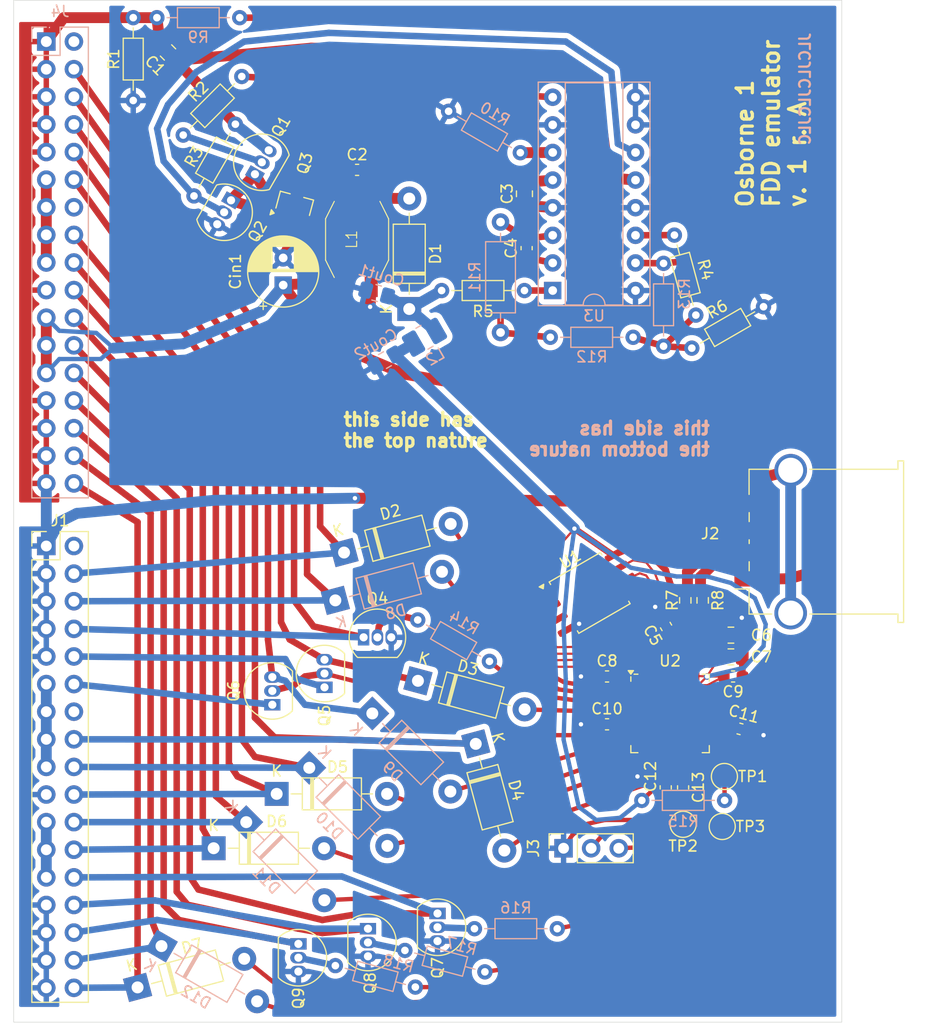
<source format=kicad_pcb>
(kicad_pcb (version 20240108) (generator "pcbnew") (generator_version "8.0")
  (layers (0 "F.Cu" signal) (31 "B.Cu" signal) (34 "B.Paste" user) (35 "F.Paste" user) (36 "B.SilkS" user "B.Silkscreen") (37 "F.SilkS" user "F.Silkscreen") (38 "B.Mask" user) (39 "F.Mask" user) (44 "Edge.Cuts" user))
  (net 0 "")
  (net 1 "Net-(D1-A)")
  (net 2 "Net-(U3-CT)")
  (net 3 "Net-(U3-1IN-)")
  (net 4 "Net-(U3-FB)")
  (net 5 "GND")
  (net 6 "Net-(U2-VREG_VOUT)")
  (net 7 "/Connector/-0V")
  (net 8 "+12V")
  (net 9 "+3V3")
  (net 10 "Net-(Q3-D)")
  (net 11 "+5V")
  (net 12 "/SEPIC/FEEDBACK")
  (net 13 "/Connector/~{DS 1}")
  (net 14 "/Level Shifter/~{DS 1} CMOS")
  (net 15 "/Connector/~{Direction}")
  (net 16 "/Level Shifter/~{Direction} CMOS")
  (net 17 "/Level Shifter/~{Step} CMOS")
  (net 18 "/Connector/~{Step}")
  (net 19 "/Level Shifter/~{Write Data} CMOS")
  (net 20 "/Connector/~{Write Data}")
  (net 21 "/Level Shifter/~{Write Gate} CMOS")
  (net 22 "/Connector/~{Write Gate}")
  (net 23 "/Level Shifter/~{Side Select} CMOS")
  (net 24 "/Connector/~{Side Select}")
  (net 25 "/Level Shifter/~{Early} CMOS")
  (net 26 "/Connector/~{Early}")
  (net 27 "/Connector/~{TG43}")
  (net 28 "/Level Shifter/~{TG43} CMOS")
  (net 29 "/Connector/~{4MHz}")
  (net 30 "/Level Shifter/~{4MHz} CMOS")
  (net 31 "/Connector/~{Late}")
  (net 32 "/Level Shifter/~{Late} CMOS")
  (net 33 "/Level Shifter/~{DS 2} CMOS")
  (net 34 "/Connector/~{DS 2}")
  (net 36 "/Connector/~{Write Protect}")
  (net 37 "/Connector/~{Index}")
  (net 38 "/Connector/Read Data")
  (net 39 "/Connector/~{Track 00}")
  (net 41 "/Processor/Port D+")
  (net 42 "/Processor/Port D-")
  (net 43 "/Processor/Debug data")
  (net 44 "/Processor/Debug clock")
  (net 45 "Net-(J1-Pin_10)")
  (net 48 "Net-(J1-Pin_12)")
  (net 49 "/SEPIC/GATE")
  (net 50 "Net-(Q2-B)")
  (net 51 "Net-(Q1-B)")
  (net 52 "Net-(Q4-B)")
  (net 53 "Net-(Q8-B)")
  (net 54 "Net-(Q9-B)")
  (net 55 "Net-(Q7-B)")
  (net 56 "/Connector/FDD Enable")
  (net 57 "Net-(U3-C1)")
  (net 58 "Net-(U3-REF)")
  (net 59 "Net-(R12-Pad1)")
  (net 60 "Net-(U3-1IN+)")
  (net 61 "Net-(U3-2IN-)")
  (net 62 "Net-(U3-RT)")
  (net 63 "/Processor/Chip D+")
  (net 64 "/Processor/Chip D-")
  (net 65 "Net-(U2-RUN)")
  (net 66 "/Level Shifter/Index CMOS")
  (net 67 "/Level Shifter/Track 00 CMOS")
  (net 68 "/Level Shifter/Write Protect CMOS")
  (net 69 "/Level Shifter/~{Read Data} CMOS")
  (net 70 "Net-(U1-DO(IO1))")
  (net 71 "Net-(U1-CLK)")
  (net 72 "Net-(U1-DI(IO0))")
  (net 73 "Net-(U1-~{CS})")
  (net 74 "Net-(U1-IO3)")
  (net 75 "Net-(U1-IO2)")
  (footprint "Package_TO_SOT_THT:TO-92_Inline" (layer "F.Cu") (at 115.6 79.6 90)
    (property "Reference" "Q6")
    (property "Value" "BC547")
  )
  (footprint "Resistor_THT:R_Axial_DIN0204_L3.6mm_D1.6mm_P7.62mm_Horizontal" (layer "F.Cu") (at 154.2 46.8 30)
    (property "Reference" "R6")
    (property "Value" "7.5k")
  )
  (footprint "Capacitor_SMD:C_0805_2012Metric_Pad1.18x1.45mm_HandSolder" (layer "F.Cu") (at 138.8 32.599998 -90)
    (property "Reference" "C3")
    (property "Value" "1n")
  )
  (footprint "TestPoint:TestPoint_Pad_D2.0mm" (layer "F.Cu") (at 157.2 86.2)
    (property "Reference" "TP1")
    (property "Value" "RUN")
  )
  (footprint "Connector_PinSocket_2.54mm:PinSocket_1x03_P2.54mm_Vertical" (layer "F.Cu") (at 142.4 92.8 90)
    (property "Reference" "J3")
    (property "Value" "SWD Connector")
  )
  (footprint "Capacitor_SMD:C_0603_1608Metric_Pad1.08x0.95mm_HandSolder" (layer "F.Cu") (at 151.8 87.2 -90)
    (property "Reference" "C12")
    (property "Value" "100n")
  )
  (footprint "Package_TO_SOT_THT:TO-92_Inline" (layer "F.Cu") (at 130.8 98.8 -90)
    (property "Reference" "Q7")
    (property "Value" "BC547")
  )
  (footprint "Package_TO_SOT_THT:TO-92_Inline" (layer "F.Cu") (at 124.4 100.2 -90)
    (property "Reference" "Q8")
    (property "Value" "BC547")
  )
  (footprint "Capacitor_SMD:C_0603_1608Metric_Pad1.08x0.95mm_HandSolder" (layer "F.Cu") (at 146.4 81.4)
    (property "Reference" "C10")
    (property "Value" "100n")
  )
  (footprint "Capacitor_SMD:C_0805_2012Metric_Pad1.18x1.45mm_HandSolder" (layer "F.Cu") (at 157.8 73.2 180)
    (property "Reference" "C6")
    (property "Value" "1u")
  )
  (footprint "Resistor_THT:R_Axial_DIN0204_L3.6mm_D1.6mm_P7.62mm_Horizontal" (layer "F.Cu") (at 112.788154 21.811846 -135)
    (property "Reference" "R2")
    (property "Value" "27k")
  )
  (footprint "Diode_THT:D_DO-41_SOD81_P10.16mm_Horizontal" (layer "F.Cu") (at 134.32 83.2 -75)
    (property "Reference" "D4")
    (property "Value" "1N4004")
  )
  (footprint "Capacitor_SMD:C_0603_1608Metric_Pad1.08x0.95mm_HandSolder" (layer "F.Cu") (at 153.4 87.2 90)
    (property "Reference" "C13")
    (property "Value" "100n")
  )
  (footprint "Capacitor_SMD:C_0805_2012Metric_Pad1.18x1.45mm_HandSolder" (layer "F.Cu") (at 157.8 75.2)
    (property "Reference" "C7")
    (property "Value" "1u")
  )
  (footprint "Capacitor_THT:CP_Radial_D6.3mm_P2.50mm" (layer "F.Cu") (at 116.6 41 90)
    (property "Reference" "Cin1")
    (property "Value" "100u")
  )
  (footprint "Package_TO_SOT_SMD:SOT-23_Handsoldering" (layer "F.Cu") (at 117.670599 33.505233 75)
    (property "Reference" "Q3")
    (property "Value" "T2N7002BK")
  )
  (footprint "Resistor_THT:R_Axial_DIN0204_L3.6mm_D1.6mm_P7.62mm_Horizontal" (layer "F.Cu") (at 152.6 36.400002 -75)
    (property "Reference" "R4")
    (property "Value" "3.6k")
  )
  (footprint "Package_TO_SOT_THT:TO-92_Inline" (layer "F.Cu") (at 114 30.8 60)
    (property "Reference" "Q1")
    (property "Value" "BC557")
  )
  (footprint "Diode_THT:D_DO-41_SOD81_P10.16mm_Horizontal" (layer "F.Cu") (at 122.2 65.6 15)
    (property "Reference" "D2")
    (property "Value" "1N4004")
  )
  (footprint "TestPoint:TestPoint_Pad_D2.0mm" (layer "F.Cu") (at 157 90.8)
    (property "Reference" "TP3")
    (property "Value" "SWD")
  )
  (footprint "Resistor_THT:R_Axial_DIN0204_L3.6mm_D1.6mm_P7.62mm_Horizontal" (layer "F.Cu") (at 102.8 16.4 -90)
    (property "Reference" "R1")
    (property "Value" "0.1")
  )
  (footprint "Capacitor_SMD:C_0805_2012Metric_Pad1.18x1.45mm_HandSolder" (layer "F.Cu") (at 106 19.6 135)
    (property "Reference" "C1")
    (property "Value" "10u")
  )
  (footprint "Resistor_THT:R_Axial_DIN0204_L3.6mm_D1.6mm_P7.62mm_Horizontal" (layer "F.Cu") (at 112.2 26.2 -120)
    (property "Reference" "R3")
    (property "Value" "27k")
  )
  (footprint "Package_TO_SOT_THT:TO-92_Inline" (layer "F.Cu") (at 120.4 78 90)
    (property "Reference" "Q5")
    (property "Value" "BC547")
  )
  (footprint "Package_TO_SOT_THT:TO-92_Inline" (layer "F.Cu") (at 124 73.4)
    (property "Reference" "Q4")
    (property "Value" "BC547")
  )
  (footprint "Package_TO_SOT_THT:TO-92_Inline" (layer "F.Cu") (at 111.8 33.2 -120)
    (property "Reference" "Q2")
    (property "Value" "BC547")
  )
  (footprint "Resistor_SMD:R_0603_1608Metric_Pad0.98x0.95mm_HandSolder" (layer "F.Cu") (at 153.6 69.999999 -90)
    (property "Reference" "R7")
    (property "Value" "27.4")
  )
  (footprint "TestPoint:TestPoint_Pad_D2.0mm" (layer "F.Cu") (at 153.4 90.6)
    (property "Reference" "TP2")
    (property "Value" "SWC")
  )
  (footprint "Connector_PinHeader_2.54mm:PinHeader_2x17_P2.54mm_Vertical" (layer "F.Cu") (at 94.8 65)
    (property "Reference" "J1")
    (property "Value" "Connector Out")
  )
  (footprint "Package_DFN_QFN:QFN-56-1EP_7x7mm_P0.4mm_EP3.2x3.2mm" (layer "F.Cu") (at 152.2 80.4)
    (property "Reference" "U2")
    (property "Value" "RP2040")
  )
  (footprint "Resistor_SMD:R_0603_1608Metric_Pad0.98x0.95mm_HandSolder" (layer "F.Cu") (at 155.200001 70 90)
    (property "Reference" "R8")
    (property "Value" "27.4")
  )
  (footprint "Capacitor_SMD:C_0603_1608Metric_Pad1.08x0.95mm_HandSolder" (layer "F.Cu") (at 158.633111 81.823231 -15)
    (property "Reference" "C11")
    (property "Value" "100n")
  )
  (footprint "Connector_USB:USB_A_TE_292303-7_Horizontal" (layer "F.Cu") (at 166 64.6 90)
    (property "Reference" "J2")
    (property "Value" "USB_A")
  )
  (footprint "Capacitor_SMD:C_0603_1608Metric_Pad1.08x0.95mm_HandSolder" (layer "F.Cu") (at 123.4 30.4 180)
    (property "Reference" "C2")
    (property "Value" "100n")
  )
  (footprint "Package_SO:SOIC-8_5.23x5.23mm_P1.27mm" (layer "F.Cu") (at 144.8 69.308868 30)
    (property "Reference" "U1")
    (property "Value" "W25Q16JVSSIM")
  )
  (footprint "Capacitor_SMD:C_0603_1608Metric_Pad1.08x0.95mm_HandSolder" (layer "F.Cu") (at 158 77)
    (property "Reference" "C9")
    (property "Value" "100n")
  )
  (footprint "Diode_THT:D_DO-41_SOD81_P10.16mm_Horizontal" (layer "F.Cu") (at 110.2 92.8)
    (property "Reference" "D6")
    (property "Value" "1N4004")
  )
  (footprint "Capacitor_SMD:C_0603_1608Metric_Pad1.08x0.95mm_HandSolder" (layer "F.Cu") (at 138.999999 37.6 90)
    (property "Reference" "C4")
    (property "Value" "100n")
  )
  (footprint "Diode_THT:D_DO-41_SOD81_P10.16mm_Horizontal" (layer "F.Cu") (at 128.2 43.2 90)
    (property "Reference" "D1")
    (property "Value" "1N5819")
  )
  (footprint "Diode_THT:D_DO-41_SOD81_P10.16mm_Horizontal" (layer "F.Cu") (at 116 87.8)
    (property "Reference" "D5")
    (property "Value" "1N4004")
  )
  (footprint "Diode_THT:D_DO-41_SOD81_P10.16mm_Horizontal" (layer "F.Cu") (at 129 77.4 -15)
    (property "Reference" "D3")
    (property "Value" "1N4004")
  )
  (footprint "Resistor_THT:R_Axial_DIN0204_L3.6mm_D1.6mm_P7.62mm_Horizontal" (layer "F.Cu") (at 138.799001 41.5 180)
    (property "Reference" "R5")
    (property "Value" "27k")
  )
  (footprint "Capacitor_SMD:C_0603_1608Metric_Pad1.08x0.95mm_HandSolder" (layer "F.Cu") (at 151.83125 72.4 -60)
    (property "Reference" "C5")
    (property "Value" "100n")
  )
  (footprint "Capacitor_SMD:C_0603_1608Metric_Pad1.08x0.95mm_HandSolder" (layer "F.Cu") (at 146.4 77)
    (property "Reference" "C8")
    (property "Value" "100n")
  )
  (footprint "Package_TO_SOT_THT:TO-92_Inline" (layer "F.Cu") (at 118 101.6 -90)
    (property "Reference" "Q9")
    (property "Value" "BC547")
  )
  (footprint "custom-footprints:L_CommonModeChoke_Murata_5000_Series" (layer "F.Cu") (at 123.4 36.8 90)
    (property "Reference" "L1")
    (property "Value" "1m")
  )
  (footprint "Diode_THT:D_DO-41_SOD81_P10.16mm_Horizontal" (layer "F.Cu") (at 103.2 105.6 15)
    (property "Reference" "D7")
    (property "Value" "1N4004")
  )
  (footprint "Resistor_THT:R_Axial_DIN0204_L3.6mm_D1.6mm_P7.62mm_Horizontal" (layer "B.Cu") (at 149.6 88.4)
    (property "Reference" "R15")
    (property "Value" "27k")
  )
  (footprint "Package_DIP:DIP-16_W7.62mm_Socket" (layer "B.Cu") (at 141.4 41.5)
    (property "Reference" "U3")
    (property "Value" "TL494")
  )
  (footprint "Diode_THT:D_DO-41_SOD81_P10.16mm_Horizontal" (layer "B.Cu") (at 119 85.4 -45)
    (property "Reference" "D10")
    (property "Value" "1N4004")
  )
  (footprint "Connector_PinSocket_2.54mm:PinSocket_2x17_P2.54mm_Vertical" (layer "B.Cu") (at 94.8 18.6 180)
    (property "Reference" "J4")
    (property "Value" "Connector In")
  )
  (footprint "Resistor_THT:R_Axial_DIN0204_L3.6mm_D1.6mm_P7.62mm_Horizontal" (layer "B.Cu") (at 112.6 16.4 180)
    (property "Reference" "R9")
    (property "Value" "56")
  )
  (footprint "Diode_THT:D_DO-41_SOD81_P10.16mm_Horizontal" (layer "B.Cu") (at 124.8 80.4 -45)
    (property "Reference" "D9")
    (property "Value" "1N4004")
  )
  (footprint "Resistor_THT:R_Axial_DIN0204_L3.6mm_D1.6mm_P7.62mm_Horizontal" (layer "B.Cu") (at 128.760355 105.572201 165)
    (property "Reference" "R18")
    (property "Value" "27k")
  )
  (footprint "Resistor_THT:R_Axial_DIN0204_L3.6mm_D1.6mm_P7.62mm_Horizontal" (layer "B.Cu") (at 135.160355 104.172201 165)
    (property "Reference" "R17")
    (property "Value" "27k")
  )
  (footprint "Resistor_THT:R_Axial_DIN0204_L3.6mm_D1.6mm_P7.62mm_Horizontal" (layer "B.Cu") (at 148.8 45.799999 180)
    (property "Reference" "R12")
    (property "Value" "27k")
  )
  (footprint "Capacitor_SMD:C_0805_2012Metric_Pad1.18x1.45mm_HandSolder" (layer "B.Cu") (at 125.197852 41.731475 165)
    (property "Reference" "Cout1")
    (property "Value" "10u")
  )
  (footprint "Resistor_THT:R_Axial_DIN0204_L3.6mm_D1.6mm_P7.62mm_Horizontal" (layer "B.Cu") (at 138.420001 28.820002 150)
    (property "Reference" "R10")
    (property "Value" "12k")
  )
  (footprint "Resistor_THT:R_Axial_DIN0204_L3.6mm_D1.6mm_P7.62mm_Horizontal" (layer "B.Cu") (at 135.579114 75.61 150)
    (property "Reference" "R14")
    (property "Value" "27k")
  )
  (footprint "Resistor_THT:R_Axial_DIN0207_L6.3mm_D2.5mm_P10.16mm_Horizontal" (layer "B.Cu") (at 136.600001 35.199999 -90)
    (property "Reference" "R11")
    (property "Value" "1M")
  )
  (footprint "Diode_THT:D_DO-41_SOD81_P10.16mm_Horizontal" (layer "B.Cu") (at 113.2 90.4 -45)
    (property "Reference" "D11")
    (property "Value" "1N4004")
  )
  (footprint "Diode_THT:D_DO-41_SOD81_P10.16mm_Horizontal" (layer "B.Cu") (at 121.4 70 15)
    (property "Reference" "D8")
    (property "Value" "1N4004")
  )
  (footprint "Diode_THT:D_DO-41_SOD81_P10.16mm_Horizontal" (layer "B.Cu") (at 105.4 101.8 -30)
    (property "Reference" "D12")
    (property "Value" "1N4004")
  )
  (footprint "Capacitor_SMD:C_0805_2012Metric_Pad1.18x1.45mm_HandSolder" (layer "B.Cu") (at 125.962694 47.9 -150)
    (property "Reference" "Cout2")
    (property "Value" "10u")
  )
  (footprint "Resistor_THT:R_Axial_DIN0204_L3.6mm_D1.6mm_P7.62mm_Horizontal" (layer "B.Cu") (at 141.82 100.2 180)
    (property "Reference" "R16")
    (property "Value" "27k")
  )
  (footprint "Resistor_THT:R_Axial_DIN0204_L3.6mm_D1.6mm_P7.62mm_Horizontal" (layer "B.Cu") (at 151.599999 46.620001 90)
    (property "Reference" "R13")
    (property "Value" "27k")
  )
  (footprint "Inductor_SMD:L_1008_2520Metric_Pad1.43x2.20mm_HandSolder" (layer "B.Cu") (at 129.6 45.8 -150)
    (property "Reference" "L2")
    (property "Value" "10u")
  )
  (gr_rect (start 91.8 14.8) (end 168 108.8) (stroke (width 0.05)) (fill none) (layer "Edge.Cuts"))
  (gr_text "JLCJLCJLCJLC" (at 165.2 17.677806 90) (layer "B.SilkS") (effects (font (size 1 1) (thickness 0.2) (bold yes)) (justify left bottom mirror)))
  (gr_text "this side has\nthe bottom nature" (at 156 56.8 0) (layer "B.SilkS") (effects (font (size 1.2 1.2) (thickness 0.3) (bold yes)) (justify left bottom mirror)))
  (gr_text "this side has\nthe top nature" (at 122 56 0) (layer "F.SilkS") (effects (font (size 1.2 1.2) (thickness 0.3) (bold yes)) (justify left bottom)))
  (gr_text "Osborne 1\nFDD emulator\nv. 1 r. A" (at 164.8 34 90) (layer "F.SilkS") (effects (font (size 1.5 1.5) (thickness 0.3) (bold yes)) (justify left bottom)))
  (segment (start 124.2625 30.4) (end 124.7 32.999999) (width 1) (layer "F.Cu") (net 1))
  (segment (start 128.2 33.040001) (end 124.7 32.999999) (width 1) (layer "F.Cu") (net 1))
  (segment (start 141.400001 31.339999) (end 138.800001 31.562499) (width 1) (layer "F.Cu") (net 2))
  (segment (start 136.599999 45.359998) (end 136.6 40.9) (width 0.6) (layer "F.Cu") (net 3))
  (segment (start 136.6 40.9) (end 137.2 39.3) (width 0.6) (layer "F.Cu") (net 3))
  (segment (start 137.2 39.3) (end 138.999999 38.4625) (width 0.6) (layer "F.Cu") (net 3))
  (segment (start 141.400001 38.959997) (end 138.999999 38.4625) (width 0.6) (layer "F.Cu") (net 3))
  (segment (start 136.599999 45.359998) (end 141.18 45.799999) (width 0.6) (layer "F.Cu") (net 3))
  (segment (start 138.999999 36.7375) (end 141.4 36.42) (width 0.6) (layer "F.Cu") (net 4))
  (segment (start 136.600001 35.199999) (end 138.999999 36.7375) (width 0.6) (layer "F.Cu") (net 4))
  (segment (start 151.2 83.8375) (end 151.2 85) (width 0.2) (layer "F.Cu") (net 5))
  (segment (start 151.2 82.8) (end 152.2 80.4) (width 0.6) (layer "F.Cu") (net 5))
  (segment (start 150.2 85.6) (end 149.2 86.2) (width 0.6) (layer "F.Cu") (net 5))
  (segment (start 151.8 88.0625) (end 151.2 89.6) (width 0.4) (layer "F.Cu") (net 5))
  (segment (start 142.634808 72.758646) (end 143.830358 72.154881) (width 0.6) (layer "F.Cu") (net 5))
  (segment (start 158.8625 77) (end 158.8375 75.2) (width 0.6) (layer "F.Cu") (net 5))
  (segment (start 143.2 91.6) (end 142.4 92.8) (width 0.4) (layer "F.Cu") (net 5))
  (segment (start 124.700001 40.599999) (end 124.6 43) (width 1) (layer "F.Cu") (net 5))
  (segment (start 151.8 88.0625) (end 153.4 88.0625) (width 0.6) (layer "F.Cu") (net 5))
  (segment (start 145.5375 81.4) (end 144 81.4) (width 0.6) (layer "F.Cu") (net 5))
  (segment (start 116.6 38.499999) (end 118.2 35.2) (width 1) (layer "F.Cu") (net 5))
  (segment (start 158.8375 73.2) (end 158.8375 75.2) (width 0.6) (layer "F.Cu") (net 5))
  (segment (start 149.6 90.2) (end 146.2 90.2) (width 0.4) (layer "F.Cu") (net 5))
  (segment (start 146.2 90.2) (end 144.4 90.6) (width 0.4) (layer "F.Cu") (net 5))
  (segment (start 151.2 85) (end 150.2 85.6) (width 0.2) (layer "F.Cu") (net 5))
  (segment (start 159.466222 82.046462) (end 160.8 82.4) (width 0.6) (layer "F.Cu") (net 5))
  (segment (start 145.5375 77) (end 144 77) (width 0.6) (layer "F.Cu") (net 5))
  (segment (start 151.2 89.6) (end 149.6 90.2) (width 0.4) (layer "F.Cu") (net 5))
  (segment (start 138.800001 33.6375) (end 141.400002 33.88) (width 1) (layer "F.Cu") (net 5))
  (segment (start 151.4 71.653053) (end 150.83125 70.6) (width 0.6) (layer "F.Cu") (net 5))
  (segment (start 158.8375 73.2) (end 158.8 71.6) (width 0.6) (layer "F.Cu") (net 5))
  (segment (start 144.4 90.6) (end 143.2 91.6) (width 0.4) (layer "F.Cu") (net 5))
  (segment (start 151.2 83.8375) (end 151.2 82.8) (width 0.2) (layer "F.Cu") (net 5))
  (via (at 144 81.4) (size 0.6) (drill 0.4) (layers "F.Cu" "B.Cu") (net 5))
  (via (at 150.83125 70.6) (size 0.6) (drill 0.4) (layers "F.Cu" "B.Cu") (net 5))
  (via (at 158.8 71.6) (size 0.6) (drill 0.4) (layers "F.Cu" "B.Cu") (net 5))
  (via (at 160.8 82.4) (size 0.6) (drill 0.4) (layers "F.Cu" "B.Cu") (net 5))
  (via (at 144 77) (size 0.6) (drill 0.4) (layers "F.Cu" "B.Cu") (net 5))
  (via (at 143.830358 72.154881) (size 0.6) (drill 0.4) (layers "F.Cu" "B.Cu") (net 5))
  (via (at 124.6 43) (size 0.6) (drill 0.4) (layers "F.Cu" "B.Cu") (net 5))
  (via (at 149.2 86.2) (size 0.6) (drill 0.4) (layers "F.Cu" "B.Cu") (net 5))
  (segment (start 152.8 83.2) (end 153 83) (width 0.2) (layer "F.Cu") (net 6))
  (segment (start 154 78) (end 154 77.8) (width 0.2) (layer "F.Cu") (net 6))
  (segment (start 153.8 83) (end 154.2 82.6) (width 0.2) (layer "F.Cu") (net 6))
  (segment (start 156 74.2) (end 156.7625 73.2) (width 0.2) (layer "F.Cu") (net 6))
  (segment (start 152.8 85.6) (end 153.4 86.3375) (width 0.2) (layer "F.Cu") (net 6))
  (segment (start 154.2 78.2) (end 154 78) (width 0.2) (layer "F.Cu") (net 6))
  (segment (start 152.4 78) (end 152 77.6) (width 0.2) (layer "F.Cu") (net 6))
  (segment (start 154.383514 75.783514) (end 155.6 75) (width 0.2) (layer "F.Cu") (net 6))
  (segment (start 155.6 75) (end 156 74.2) (width 0.2) (layer "F.Cu") (net 6))
  (segment (start 153 83) (end 153.8 83) (width 0.2) (layer "F.Cu") (net 6))
  (segment (start 152.8 83.8375) (end 152.8 85.6) (width 0.2) (layer "F.Cu") (net 6))
  (segment (start 154.2 82.6) (end 154.2 78.2) (width 0.2) (layer "F.Cu") (net 6))
  (segment (start 152.8 83.8375) (end 152.8 83.2) (width 0.2) (layer "F.Cu") (net 6))
  (segment (start 154 76.9625) (end 154 77.8) (width 0.2) (layer "F.Cu") (net 6))
  (segment (start 154 76.9625) (end 154 76.2) (width 0.2) (layer "F.Cu") (net 6))
  (segment (start 154 78) (end 152.4 78) (width 0.2) (layer "F.Cu") (net 6))
  (segment (start 152 77.6) (end 152 76.9625) (width 0.2) (layer "F.Cu") (net 6))
  (segment (start 154 76.2) (end 154.383514 75.783514) (width 0.2) (layer "F.Cu") (net 6))
  (segment (start 105.266377 18.866377) (end 104.98 16.4) (width 1) (layer "F.Cu") (net 7))
  (segment (start 123.2 60.600588) (end 152.4 60.966807) (width 1) (layer "F.Cu") (net 7))
  (segment (start 94.8 18.6) (end 96.4 16.4) (width 1) (layer "F.Cu") (net 7))
  (segment (start 152.4 60.966807) (end 163.3 58.03) (width 1) (layer "F.Cu") (net 7))
  (segment (start 102.8 16.4) (end 104.98 16.4) (width 1) (layer "F.Cu") (net 7))
  (segment (start 96.4 16.4) (end 102.8 16.4) (width 1) (layer "F.Cu") (net 7))
  (segment (start 159.62 61.1) (end 123.2 60.600588) (width 1) (layer "F.Cu") (net 7))
  (via (at 123.2 60.600588) (size 0.6) (drill 0.4) (layers "F.Cu" "B.Cu") (net 7))
  (segment (start 94.8 65) (end 94.8 59.24) (width 1) (layer "B.Cu") (net 7))
  (segment (start 97.6 62) (end 96 62.8) (width 1) (layer "B.Cu") (net 7))
  (segment (start 163.3 58.03) (end 163.3 71.17) (width 1) (layer "B.Cu") (net 7))
  (segment (start 123.2 60.600588) (end 110.2 60.8) (width 1) (layer "B.Cu") (net 7))
  (segment (start 110.2 60.8) (end 97.6 62) (width 1) (layer "B.Cu") (net 7))
  (segment (start 96 62.8) (end 94.8 65) (width 1) (layer "B.Cu") (net 7))
  (segment (start 112.2 26.2) (end 106.733623 20.333623) (width 1) (layer "F.Cu") (net 8))
  (segment (start 142.2 20.2) (end 133 19.6) (width 1) (layer "F.Cu") (net 8))
  (segment (start 146.4 30) (end 145.4 22.6) (width 1) (layer "F.Cu") (net 8))
  (segment (start 149.02 31.34) (end 147.4 31.2) (width 1) (layer "F.Cu") (net 8))
  (segment (start 147.4 31.2) (end 146.4 30) (width 1) (layer "F.Cu") (net 8))
  (segment (start 133 19.6) (end 119.2 19.2) (width 1) (layer "F.Cu") (net 8))
  (segment (start 145.4 22.6) (end 142.2 20.2) (width 1) (layer "F.Cu") (net 8))
  (segment (start 119.2 19.2) (end 106.733623 20.333623) (width 1) (layer "F.Cu") (net 8))
  (segment (start 94.8 31.3) (end 94.8 38.92) (width 1) (layer "F.Cu") (net 8))
  (segment (start 112.2 26.2) (end 115.27 28.600295) (width 1) (layer "B.Cu") (net 8))
  (segment (start 94.8 77.7) (end 94.8 85.32) (width 1) (layer "B.Cu") (net 8))
  (segment (start 155 81.4) (end 155.6375 81.4) (width 0.2) (layer "F.Cu") (net 9))
  (segment (start 148.7625 77.8) (end 147.2625 77) (width 0.2) (layer "F.Cu") (net 9))
  (segment (start 155.6 77) (end 157.1375 77) (width 0.2) (layer "F.Cu") (net 9))
  (segment (start 152.6 76.9625) (end 152.6 75.8) (width 0.6) (layer "F.Cu") (net 9))
  (segment (start 156.4 81.4) (end 157.8 81.6) (width 0.2) (layer "F.Cu") (net 9))
  (segment (start 155.6 77) (end 154.8 76.9625) (width 0.2) (layer "F.Cu") (net 9))
  (segment (start 139.4 75) (end 138.6 73.508868) (width 0.2) (layer "F.Cu") (net 9))
  (segment (start 145 76.108868) (end 141.4 76.108868) (width 0.2) (layer "F.Cu") (net 9))
  (segment (start 154.8 81.2) (end 155 81.4) (width 0.2) (layer "F.Cu") (net 9))
  (segment (start 147.2625 81.4) (end 148.7625 81.4) (width 0.2) (layer "F.Cu") (net 9))
  (segment (start 149.6 88.4) (end 151.8 86.3375) (width 0.4) (layer "F.Cu") (net 9))
  (segment (start 147.2625 77) (end 146.6 76.2) (width 0.2) (layer "F.Cu") (net 9))
  (segment (start 149.4 77.8) (end 148.7625 77.8) (width 0.2) (layer "F.Cu") (net 9))
  (segment (start 138.6 73.508868) (end 137.6 71) (width 0.2) (layer "F.Cu") (net 9))
  (segment (start 155.6375 77.8) (end 157.1375 77) (width 0.2) (layer "F.Cu") (net 9))
  (segment (start 149.8 78.2) (end 149.4 77.8) (width 0.2) (layer "F.Cu") (net 9))
  (segment (start 154.8 77.8) (end 154.8 81.2) (width 0.2) (layer "F.Cu") (net 9))
  (segment (start 152.4 83.8375) (end 152.4 85.6) (width 0.2) (layer "F.Cu") (net 9))
  (segment (start 146.6 76.2) (end 145 76.108868) (width 0.2) (layer "F.Cu") (net 9))
  (segment (start 152.6 76.9625) (end 152.8 76.9625) (width 0.2) (layer "F.Cu") (net 9))
  (segment (start 151.8 67.2) (end 150.2 65.6) (width 0.6) (layer "F.Cu") (net 9))
  (segment (start 155.6 77) (end 154.8 77.8) (width 0.2) (layer "F.Cu") (net 9))
  (segment (start 152.2625 73.146947) (end 152.6 72.2) (width 0.6) (layer "F.Cu") (net 9))
  (segment (start 138.250961 69.250961) (end 143.4 63.4) (width 0.2) (layer "F.Cu") (net 9))
  (segment (start 155.6 77) (end 156.7625 75.2) (width 0.2) (layer "F.Cu") (net 9))
  (segment (start 149.4 81.4) (end 149.8 81) (width 0.2) (layer "F.Cu") (net 9))
  (segment (start 148.2 65.308868) (end 146.965192 65.85909) (width 0.6) (layer "F.Cu") (net 9))
  (segment (start 152.6 72.2) (end 152.6 69.6) (width 0.6) (layer "F.Cu") (net 9))
  (segment (start 152.4 85.6) (end 151.8 86.3375) (width 0.2) (layer "F.Cu") (net 9))
  (segment (start 152.6 69.6) (end 151.8 67.2) (width 0.6) (layer "F.Cu") (net 9))
  (segment (start 148.7625 81.4) (end 149.4 81.4) (width 0.2) (layer "F.Cu") (net 9))
  (segment (start 154.4 76.4) (end 156.7625 75.2) (width 0.2) (layer "F.Cu") (net 9))
  (segment (start 146.965192 65.85909) (end 143.4 63.4) (width 0.6) (layer "F.Cu") (net 9))
  (segment (start 141.4 76.108868) (end 139.4 75) (width 0.2) (layer "F.Cu") (net 9))
  (segment (start 152.6 75.8) (end 152.2625 73.146947) (width 0.6) (layer "F.Cu") (net 9))
  (segment (start 152.4 76.9625) (end 152.6 76.9625) (width 0.2) (layer "F.Cu") (net 9))
  (segment (start 154.4 76.9625) (end 154.4 76.4) (width 0.2) (layer "F.Cu") (net 9))
  (segment (start 149.8 81) (end 149.8 78.2) (width 0.2) (layer "F.Cu") (net 9))
  (segment (start 155.6375 81.4) (end 156.4 81.4) (width 0.2) (layer "F.Cu") (net 9))
  (segment (start 137.6 71) (end 138.250961 69.250961) (width 0.2) (layer "F.Cu") (net 9))
  (segment (start 150.2 65.6) (end 148.2 65.308868) (width 0.6) (layer "F.Cu") (net 9))
  (via (at 155.6 77) (size 0.6) (drill 0.4) (layers "F.Cu" "B.Cu") (net 9))
  (via (at 143.4 63.4) (size 0.6) (drill 0.4) (layers "F.Cu" "B.Cu") (net 9))
  (segment (start 159 76.2) (end 155.6 77) (width 0.4) (layer "B.Cu") (net 9))
  (segment (start 142.4 82.8) (end 142.6 77.2) (width 0.4) (layer "B.Cu") (net 9))
  (segment (start 157.8 68.4) (end 160 69.8) (width 0.4) (layer "B.Cu") (net 9))
  (segment (start 155.6 67.8) (end 157.8 68.4) (width 0.4) (layer "B.Cu") (net 9))
  (segment (start 126.861195 47.38125) (end 128.593246 46.38125) (width 1) (layer "B.Cu") (net 9))
  (segment (start 161 72.2) (end 160.8 74.2) (width 0.4) (layer "B.Cu") (net 9))
  (segment (start 126.861195 47.38125) (end 143.4 63.4) (width 1) (layer "B.Cu") (net 9))
  (segment (start 143.8 89) (end 142.4 82.8) (width 0.4) (layer "B.Cu") (net 9))
  (segment (start 152.8 67.8) (end 155.6 67.8) (width 0.4) (layer "B.Cu") (net 9))
  (segment (start 142.8 67.6) (end 143.4 63.4) (width 0.4) (layer "B.Cu") (net 9))
  (segment (start 143.4 63.4) (end 148.6 67) (width 0.4) (layer "B.Cu") (net 9))
  (segment (start 142.4 72.2) (end 142.8 67.6) (width 0.4) (layer "B.Cu") (net 9))
  (segment (start 145.4 90.2) (end 143.8 89) (width 0.4) (layer "B.Cu") (net 9))
  (segment (start 148.6 67) (end 152.8 67.8) (width 0.4) (layer "B.Cu") (net 9))
  (segment (start 149.6 88.4) (end 147.6 90) (width 0.4) (layer "B.Cu") (net 9))
  (segment (start 160.8 74.2) (end 159 76.2) (width 0.4) (layer "B.Cu") (net 9))
  (segment (start 147.6 90) (end 145.4 90.2) (width 0.4) (layer "B.Cu") (net 9))
  (segment (start 142.6 77.2) (end 142.4 72.2) (width 0.4) (layer "B.Cu") (net 9))
  (segment (start 160 69.8) (end 161 72.2) (width 0.4) (layer "B.Cu") (net 9))
  (segment (start 122.099999 33.000001) (end 122.5375 30.4) (width 1) (layer "F.Cu") (net 10))
  (segment (start 122.099999 33.000001) (end 118.058828 32.056344) (width 1) (layer "F.Cu") (net 10))
  (segment (start 122.5375 30.4) (end 120.8 30.6) (width 1) (layer "F.Cu") (net 10))
  (segment (start 119.4 31) (end 118.058828 32.056344) (width 1) (layer "F.Cu") (net 10))
  (segment (start 120.8 30.6) (end 119.4 31) (width 1) (layer "F.Cu") (net 10))
  (segment (start 159.4 52.6) (end 165.2 54.8) (width 1) (layer "F.Cu") (net 11))
  (segment (start 164.6 67.6) (end 163.2 68) (width 1) (layer "F.Cu") (net 11))
  (segment (start 165.8 65.8) (end 164.6 67.6) (width 1) (layer "F.Cu") (net 11))
  (segment (start 116.6 41) (end 122.1 40.600001) (width 1) (layer "F.Cu") (net 11))
  (segment (start 165.2 54.8) (end 166.4 56) (width 1) (layer "F.Cu") (net 11))
  (segment (start 153.2 51.2) (end 159.4 52.6) (width 1) (layer "F.Cu") (net 11))
  (segment (start 166.8 57.8) (end 166.2 63.8) (width 1) (layer "F.Cu") (net 11))
  (segment (start 149 50.8) (end 153.2 51.2) (width 1) (layer "F.Cu") (net 11))
  (segment (start 166.4 56) (end 166.8 57.8) (width 1) (layer "F.Cu") (net 11))
  (segment (start 166.2 63.8) (end 165.8 65.8) (width 1) (layer "F.Cu") (net 11))
  (segment (start 116.6 41) (end 120.2 46) (width 1) (layer "F.Cu") (net 11))
  (segment (start 120.2 46) (end 127.8 49.2) (width 1) (layer "F.Cu") (net 11))
  (segment (start 163.2 68) (end 159.62 68.1) (width 1) (layer "F.Cu") (net 11))
  (segment (start 127.8 49.2) (end 133.6 50.2) (width 1) (layer "F.Cu") (net 11))
  (segment (start 94.8 44) (end 94.8 49.08) (width 1) (layer "F.Cu") (net 11))
  (segment (start 133.6 50.2) (end 149 50.8) (width 1) (layer "F.Cu") (net 11))
  (segment (start 114.6 43.4) (end 116.6 41) (width 1) (layer "B.Cu") (net 11))
  (segment (start 94.8 90.4) (end 94.8 95.48) (width 1) (layer "B.Cu") (net 11))
  (segment (start 94.8 49.08) (end 96 47.8) (width 0.4) (layer "B.Cu") (net 11))
  (segment (start 107.4 46.4) (end 114.6 43.4) (width 1) (layer "B.Cu") (net 11))
  (segment (start 101 46.8) (end 107.4 46.4) (width 1) (layer "B.Cu") (net 11))
  (segment (start 96 47.8) (end 99.8 47.8) (width 0.4) (layer "B.Cu") (net 11))
  (segment (start 94.8 44) (end 96 45.2) (width 0.4) (layer "B.Cu") (net 11))
  (segment (start 99.8 47.8) (end 101 46.8) (width 0.4) (layer "B.Cu") (net 11))
  (segment (start 96 45.2) (end 99.4 45.4) (width 0.4) (layer "B.Cu") (net 11))
  (segment (start 101 46.8) (end 99.4 45.4) (width 0.4) (layer "B.Cu") (net 11))
  (segment (start 126.2 42) (end 128.2 43.2) (width 1) (layer "B.Cu") (net 12))
  (segment (start 131.179001 41.5) (end 128.2 43.2) (width 1) (layer "B.Cu") (net 12))
  (segment (start 130.606755 45.21875) (end 128.2 43.2) (width 1) (layer "B.Cu") (net 12))
  (segment (start 117.2 73.6) (end 116.4 72) (width 0.6) (layer "F.Cu") (net 13))
  (segment (start 120.4 75.46) (end 129 77.4) (width 0.6) (layer "F.Cu") (net 13))
  (segment (start 116.4 72) (end 116.4 55.2) (width 0.6) (layer "F.Cu") (net 13))
  (segment (start 120.400001 75.459999) (end 117.2 73.6) (width 0.6) (layer "F.Cu") (net 13))
  (segment (start 116.4 55.2) (end 97.34 28.76) (width 0.6) (layer "F.Cu") (net 13))
  (segment (start 148.2 80.8) (end 148.7625 80.8) (width 0.4) (layer "F.Cu") (net 14))
  (segment (start 148.7625 81) (end 148.7625 80.8) (width 0.2) (layer "F.Cu") (net 14))
  (segment (start 138.813805 80.029601) (end 144.8 80.2) (width 0.4) (layer "F.Cu") (net 14))
  (segment (start 148.7625 80.8) (end 148.7625 80.6) (width 0.2) (layer "F.Cu") (net 14))
  (segment (start 147.8 80.525) (end 148.2 80.8) (width 0.4) (layer "F.Cu") (net 14))
  (segment (start 144.8 80.2) (end 147.8 80.525) (width 0.4) (layer "F.Cu") (net 14))
  (segment (start 114 84.4) (end 112.8 82.8) (width 0.6) (layer "F.Cu") (net 15))
  (segment (start 119 85.4) (end 114 84.4) (width 0.6) (layer "F.Cu") (net 15))
  (segment (start 112.8 57.2) (end 97.34 38.92) (width 0.6) (layer "F.Cu") (net 15))
  (segment (start 112.8 82.8) (end 112.8 57.2) (width 0.6) (layer "F.Cu") (net 15))
  (segment (start 119 85.4) (end 97.34 85.32) (width 0.6) (layer "B.Cu") (net 15))
  (segment (start 150.6 83.8375) (end 150.8 83.8375) (width 0.2) (layer "F.Cu") (net 16))
  (segment (start 146.2 86.2) (end 150.2 84.8) (width 0.4) (layer "F.Cu") (net 16))
  (segment (start 150.6 84.6) (end 150.6 83.8375) (width 0.4) (layer "F.Cu") (net 16))
  (segment (start 126.184204 92.584204) (end 131.8 91.2) (width 0.4) (layer "F.Cu") (net 16))
  (segment (start 150.4 83.8375) (end 150.6 83.8375) (width 0.2) (layer "F.Cu") (net 16))
  (segment (start 131.8 91.2) (end 146.2 86.2) (width 0.4) (layer "F.Cu") (net 16))
  (segment (start 150.2 84.8) (end 150.6 84.6) (width 0.4) (layer "F.Cu") (net 16))
  (segment (start 149.6 83.8375) (end 149.8 83.8375) (width 0.2) (layer "F.Cu") (net 17))
  (segment (start 136.6 88.2) (end 131.6 89.8) (width 0.4) (layer "F.Cu") (net 17))
  (segment (start 149.8 83.8375) (end 150 83.8375) (width 0.2) (layer "F.Cu") (net 17))
  (segment (start 131.6 89.8) (end 126.16 87.8) (width 0.4) (layer "F.Cu") (net 17))
  (segment (start 145 85.2) (end 136.6 88.2) (width 0.4) (layer "F.Cu") (net 17))
  (segment (start 149.8 83.8375) (end 145 85.2) (width 0.4) (layer "F.Cu") (net 17))
  (segment (start 111.6 57.6) (end 111.6 85) (width 0.6) (layer "F.Cu") (net 18))
  (segment (start 112.4 86.2) (end 116 87.8) (width 0.6) (layer "F.Cu") (net 18))
  (segment (start 97.34 41.46) (end 111.6 57.6) (width 0.6) (layer "F.Cu") (net 18))
  (segment (start 111.6 85) (end 112.4 86.2) (width 0.6) (layer "F.Cu") (net 18))
  (segment (start 97.34 87.86) (end 116 87.8) (width 0.6) (layer "B.Cu") (net 18))
  (segment (start 161.2 89.6) (end 161 86.2) (width 0.4) (layer "F.Cu") (net 19))
  (segment (start 155.6375 82.8) (end 155.6375 83) (width 0.2) (layer "F.Cu") (net 19))
  (segment (start 132.8 97) (end 144.8 97) (width 0.4) (layer "F.Cu") (net 19))
  (segment (start 120.384203 97.584205) (end 132.8 97) (width 0.4) (layer "F.Cu") (net 19))
  (segment (start 155.6375 82.6) (end 155.6375 82.8) (width 0.2) (layer "F.Cu") (net 19))
  (segment (start 161 86.2) (end 160 84.4) (width 0.4) (layer "F.Cu") (net 19))
  (segment (start 153.4 95.8) (end 159.2 93.2) (width 0.4) (layer "F.Cu") (net 19))
  (segment (start 159.2 93.2) (end 161.2 89.6) (width 0.4) (layer "F.Cu") (net 19))
  (segment (start 158.4 83.6) (end 156.4 83) (width 0.4) (layer "F.Cu") (net 19))
  (segment (start 160 84.4) (end 158.4 83.6) (width 0.4) (layer "F.Cu") (net 19))
  (segment (start 144.8 97) (end 153.4 95.8) (width 0.4) (layer "F.Cu") (net 19))
  (segment (start 156.4 83) (end 155.6375 82.8) (width 0.4) (layer "F.Cu") (net 19))
  (segment (start 113.2 90.4) (end 110.4 88) (width 0.6) (layer "F.Cu") (net 20))
  (segment (start 110.4 88) (end 110.4 58.4) (width 0.6) (layer "F.Cu") (net 20))
  (segment (start 110.4 58.4) (end 97.34 44) (width 0.6) (layer "F.Cu") (net 20))
  (segment (start 113.2 90.4) (end 97.34 90.4) (width 0.6) (layer "B.Cu") (net 20))
  (segment (start 159.6 86.8) (end 158.8 85.2) (width 0.4) (layer "F.Cu") (net 21))
  (segment (start 127.4 95.2) (end 127.6 95.236585) (width 0.4) (layer "F.Cu") (net 21))
  (segment (start 158.8 85.2) (end 158 84.6) (width 0.4) (layer "F.Cu") (net 21))
  (segment (start 158.2 92.2) (end 159.8 89.2) (width 0.4) (layer "F.Cu") (net 21))
  (segment (start 158 84.6) (end 154.6 83.8375) (width 0.4) (layer "F.Cu") (net 21))
  (segment (start 120.36 92.800004) (end 127.4 95.2) (width 0.4) (layer "F.Cu") (net 21))
  (segment (start 159.8 89.2) (end 159.6 86.8) (width 0.4) (layer "F.Cu") (net 21))
  (segment (start 154.4 83.8375) (end 154.6 83.8375) (width 0.2) (layer "F.Cu") (net 21))
  (segment (start 154.6 83.8375) (end 154.8 83.8375) (width 0.2) (layer "F.Cu") (net 21))
  (segment (start 132.8 95.6) (end 145.4 95.4) (width 0.4) (layer "F.Cu") (net 21))
  (segment (start 153 94.4) (end 158.2 92.2) (width 0.4) (layer "F.Cu") (net 21))
  (segment (start 127.6 95.236585) (end 132.8 95.6) (width 0.4) (layer "F.Cu") (net 21))
  (segment (start 145.4 95.4) (end 153 94.4) (width 0.4) (layer "F.Cu") (net 21))
  (segment (start 110.2 92.8) (end 109.2 91) (width 0.6) (layer "F.Cu") (net 22))
  (segment (start 97.34 46.54) (end 109.2 59) (width 0.6) (layer "F.Cu") (net 22))
  (segment (start 109.2 91) (end 109.2 59) (width 0.6) (layer "F.Cu") (net 22))
  (segment (start 97.34 92.94) (end 110.2 92.8) (width 0.6) (layer "B.Cu") (net 22))
  (segment (start 155.6375 78.2) (end 155.6375 78.4) (width 0.2) (layer "F.Cu") (net 23))
  (segment (start 167.2 91.6) (end 167.2 83.4) (width 0.4) (layer "F.Cu") (net 23))
  (segment (start 155.6375 78.4) (end 155.6375 78.6) (width 0.2) (layer "F.Cu") (net 23))
  (segment (start 157.4 78.2) (end 155.6375 78.4) (width 0.4) (layer "F.Cu") (net 23))
  (segment (start 117.4 108) (end 138.2 107.8) (width 0.4) (layer "F.Cu") (net 23))
  (segment (start 167.2 83.4) (end 165.8 80.4) (width 0.4) (layer "F.Cu") (net 23))
  (segment (start 155.8 103.8) (end 164.2 98.2) (width 0.4) (layer "F.Cu") (net 23))
  (segment (start 138.2 107.8) (end 155.8 103.8) (width 0.4) (layer "F.Cu") (net 23))
  (segment (start 163 78.6) (end 160.4 78.2) (width 0.4) (layer "F.Cu") (net 23))
  (segment (start 160.4 78.2) (end 157.4 78.2) (width 0.4) (layer "F.Cu") (net 23))
  (segment (start 113.998818 106.88) (end 117.4 108) (width 0.4) (layer "F.Cu") (net 23))
  (segment (start 164.2 98.2) (end 167.2 91.6) (width 0.4) (layer "F.Cu") (net 23))
  (segment (start 165.8 80.4) (end 163 78.6) (width 0.4) (layer "F.Cu") (net 23))
  (segment (start 104.4 62) (end 104.4 99.2) (width 0.6) (layer "F.Cu") (net 24))
  (segment (start 97.34 56.7) (end 104.4 62) (width 0.6) (layer "F.Cu") (net 24))
  (segment (start 104.4 99.2) (end 105.4 101.8) (width 0.6) (layer "F.Cu") (net 24))
  (segment (start 105.4 101.8) (end 97.34 103.1) (width 0.6) (layer "B.Cu") (net 24))
  (segment (start 148.7625 79.4) (end 148.7625 79.2) (width 0.2) (layer "F.Cu") (net 25))
  (segment (start 148.7625 79.2) (end 148.7625 79) (width 0.2) (layer "F.Cu") (net 25))
  (segment (start 137.4 75.8) (end 135.2 72.6) (width 0.4) (layer "F.Cu") (net 25))
  (segment (start 135.2 72.6) (end 131.213806 67.370398) (width 0.4) (layer "F.Cu") (net 25))
  (segment (start 145.4 78.6463) (end 142 78.2) (width 0.4) (layer "F.Cu") (net 25))
  (segment (start 148.7625 79.2) (end 145.4 78.6463) (width 0.4) (layer "F.Cu") (net 25))
  (segment (start 142 78.2) (end 137.4 75.8) (width 0.4) (layer "F.Cu") (net 25))
  (segment (start 118.8 53.8) (end 97.34 23.68) (width 0.6) (layer "F.Cu") (net 26))
  (segment (start 121.4 70) (end 118.8 67.6) (width 0.6) (layer "F.Cu") (net 26))
  (segment (start 118.8 67.6) (end 118.8 53.8) (width 0.6) (layer "F.Cu") (net 26))
  (segment (start 97.34 70.08) (end 121.4 70) (width 0.6) (layer "B.Cu") (net 26))
  (segment (start 120 53) (end 97.34 21.14) (width 0.6) (layer "F.Cu") (net 27))
  (segment (start 120 63.2) (end 120 53) (width 0.6) (layer "F.Cu") (net 27))
  (segment (start 122.2 65.6) (end 120 63.2) (width 0.6) (layer "F.Cu") (net 27))
  (segment (start 97.34 67.54) (end 122.2 65.6) (width 0.6) (layer "B.Cu") (net 27))
  (segment (start 145.2 78) (end 148.7625 78.4) (width 0.4) (layer "F.Cu") (net 28))
  (segment (start 142.4 77.508868) (end 145.2 78) (width 0.4) (layer "F.Cu") (net 28))
  (segment (start 136.6 72.4) (end 138.2 75.2) (width 0.4) (layer "F.Cu") (net 28))
  (segment (start 148.7625 78.4) (end 148.7625 78.6) (width 0.2) (layer "F.Cu") (net 28))
  (segment (start 135 67.8) (end 136.6 72.4) (width 0.4) (layer "F.Cu") (net 28))
  (segment (start 148.7625 78.2) (end 148.7625 78.4) (width 0.2) (layer "F.Cu") (net 28))
  (segment (start 138.2 75.2) (end 142.4 77.508868) (width 0.4) (layer "F.Cu") (net 28))
  (segment (start 132.013806 62.970398) (end 135 67.8) (width 0.4) (layer "F.Cu") (net 28))
  (segment (start 114 80.8) (end 114.8 81.6) (width 0.6) (layer "F.Cu") (net 29))
  (segment (start 97.34 36.38) (end 114 56.6) (width 0.6) (layer "F.Cu") (net 29))
  (segment (start 114 56.6) (end 114 80.8) (width 0.6) (layer "F.Cu") (net 29))
  (segment (start 115.8 82.6) (end 121.8 82.8) (width 0.6) (layer "F.Cu") (net 29))
  (segment (start 114.8 81.6) (end 115.8 82.6) (width 0.6) (layer "F.Cu") (net 29))
  (segment (start 121.8 82.8) (end 134.32 83.2) (width 0.6) (layer "F.Cu") (net 29))
  (segment (start 121.8 82.8) (end 134.32 83.2) (width 0.6) (layer "B.Cu") (net 29))
  (segment (start 121.8 82.8) (end 97.34 82.78) (width 0.6) (layer "B.Cu") (net 29))
  (segment (start 141.6 89.8) (end 136.949602 93.013806) (width 0.4) (layer "F.Cu") (net 30))
  (segment (start 151.6 83.8375) (end 151.6 85.2) (width 0.2) (layer "F.Cu") (net 30))
  (segment (start 151.6 85.2) (end 149.8 87) (width 0.2) (layer "F.Cu") (net 30))
  (segment (start 149.8 87) (end 141.6 89.8) (width 0.4) (layer "F.Cu") (net 30))
  (segment (start 97.34 59.24) (end 103.2 62.8) (width 0.6) (layer "F.Cu") (net 31))
  (segment (start 103.2 62.8) (end 103.2 105.6) (width 0.6) (layer "F.Cu") (net 31))
  (segment (start 97.34 105.64) (end 103.2 105.6) (width 0.6) (layer "B.Cu") (net 31))
  (segment (start 155.4 102) (end 163.2 97.2) (width 0.4) (layer "F.Cu") (net 32))
  (segment (start 157.4 79) (end 155.6375 79.2) (width 0.4) (layer "F.Cu") (net 32))
  (segment (start 117.8 106.8) (end 128 106.978571) (width 0.4) (layer "F.Cu") (net 32))
  (segment (start 162.6 79.8) (end 160 79.2) (width 0.4) (layer "F.Cu") (net 32))
  (segment (start 160 79.2) (end 157.4 79) (width 0.4) (layer "F.Cu") (net 32))
  (segment (start 113.013806 102.970399) (end 117.8 106.8) (width 0.4) (layer "F.Cu") (net 32))
  (segment (start 155.6375 79.2) (end 155.6375 79.4) (width 0.2) (layer "F.Cu") (net 32))
  (segment (start 128 106.978571) (end 137.8 106.6) (width 0.4) (layer "F.Cu") (net 32))
  (segment (start 166 91.2) (end 166 83.8) (width 0.4) (layer "F.Cu") (net 32))
  (segment (start 155.6375 79) (end 155.6375 79.2) (width 0.2) (layer "F.Cu") (net 32))
  (segment (start 137.8 106.6) (end 155.4 102) (width 0.4) (layer "F.Cu") (net 32))
  (segment (start 166 83.8) (end 164.8 81.2) (width 0.4) (layer "F.Cu") (net 32))
  (segment (start 164.8 81.2) (end 162.6 79.8) (width 0.4) (layer "F.Cu") (net 32))
  (segment (start 163.2 97.2) (end 166 91.2) (width 0.4) (layer "F.Cu") (net 32))
  (segment (start 131.984205 87.584205) (end 144.6 83.8) (width 0.4) (layer "F.Cu") (net 33))
  (segment (start 148.7625 83) (end 148.7625 82.8) (width 0.2) (layer "F.Cu") (net 33))
  (segment (start 144.6 83.8) (end 148 83.2) (width 0.4) (layer "F.Cu") (net 33))
  (segment (start 148 83.2) (end 148.7625 82.8) (width 0.4) (layer "F.Cu") (net 33))
  (segment (start 148.7625 82.8) (end 148.7625 82.6) (width 0.2) (layer "F.Cu") (net 33))
  (segment (start 115.2 73.6) (end 115.2 56) (width 0.6) (layer "F.Cu") (net 34))
  (segment (start 115.2 56) (end 97.34 31.3) (width 0.6) (layer "F.Cu") (net 34))
  (segment (start 115.600001 77.059999) (end 115.2 73.6) (width 0.6) (layer "F.Cu") (net 34))
  (segment (start 116.8 77.4) (end 115.600001 77.059999) (width 0.6) (layer "B.Cu") (net 34))
  (segment (start 118.6 79.6) (end 116.8 77.4) (width 0.6) (layer "B.Cu") (net 34))
  (segment (start 124.8 80.4) (end 118.6 79.6) (width 0.6) (layer "B.Cu") (net 34))
  (segment (start 120.2 100.6) (end 124.4 100.2) (width 0.6) (layer "F.Cu") (net 36))
  (segment (start 107.8 98) (end 118 100.2) (width 0.6) (layer "F.Cu") (net 36))
  (segment (start 118 100.2) (end 120.2 100.6) (width 0.6) (layer "F.Cu") (net 36))
  (segment (start 97.34 51.62) (end 106.8 60.6) (width 0.6) (layer "F.Cu") (net 36))
  (segment (start 106.8 60.6) (end 106.8 96.8) (width 0.6) (layer "F.Cu") (net 36))
  (segment (start 106.8 96.8) (end 107.8 98) (width 0.6) (layer "F.Cu") (net 36))
  (segment (start 119.4 100.2) (end 124.4 100.2) (width 0.6) (layer "B.Cu") (net 36))
  (segment (start 104.8 97.6) (end 119.4 100.2) (width 0.6) (layer "B.Cu") (net 36))
  (segment (start 97.34 98.02) (end 104.8 97.6) (width 0.6) (layer "B.Cu") (net 36))
  (segment (start 117.6 54.4) (end 97.34 26.22) (width 0.6) (layer "F.Cu") (net 37))
  (segment (start 117.6 70) (end 117.6 54.4) (width 0.6) (layer "F.Cu") (net 37))
  (segment (start 119.4 72.4) (end 117.6 70) (width 0.6) (layer "F.Cu") (net 37))
  (segment (start 124 73.4) (end 119.4 72.4) (width 0.6) (layer "F.Cu") (net 37))
  (segment (start 124 73.4) (end 97.34 72.62) (width 0.6) (layer "B.Cu") (net 37))
  (segment (start 105.6 61.4) (end 97.34 54.16) (width 0.6) (layer "F.Cu") (net 38))
  (segment (start 107 99.4) (end 105.6 98) (width 0.6) (layer "F.Cu") (net 38))
  (segment (start 118 101.6) (end 113.8 100.8) (width 0.6) (layer "F.Cu") (net 38))
  (segment (start 105.6 98) (end 105.6 61.4) (width 0.6) (layer "F.Cu") (net 38))
  (segment (start 113.8 100.8) (end 107 99.4) (width 0.6) (layer "F.Cu") (net 38))
  (segment (start 118 101.6) (end 113.8 100.8) (width 0.6) (layer "B.Cu") (net 38))
  (segment (start 105 99.4) (end 97.34 100.56) (width 0.6) (layer "B.Cu") (net 38))
  (segment (start 113.8 100.8) (end 105 99.4) (width 0.6) (layer "B.Cu") (net 38))
  (segment (start 123.8 98.8) (end 120.2 99.4) (width 0.6) (layer "F.Cu") (net 39))
  (segment (start 108.8 96.6) (end 108 95.4) (width 0.6) (layer "F.Cu") (net 39))
  (segment (start 120.2 99.4) (end 108.8 96.6) (width 0.6) (layer "F.Cu") (net 39))
  (segment (start 108 95.4) (end 108 59.8) (width 0.6) (layer "F.Cu") (net 39))
  (segment (start 108 59.8) (end 97.34 49.08) (width 0.6) (layer "F.Cu") (net 39))
  (segment (start 130.8 98.8) (end 123.8 98.8) (width 0.6) (layer "F.Cu") (net 39))
  (segment (start 130.8 98.8) (end 122 95.4) (width 0.6) (layer "B.Cu") (net 39))
  (segment (start 122 95.4) (end 97.34 95.48) (width 0.6) (layer "B.Cu") (net 39))
  (segment (start 158.345 64) (end 158.745 63.6) (width 1) (layer "F.Cu") (net 41))
  (segment (start 153.6 69.087499) (end 153.799999 68.8875) (width 1) (layer "F.Cu") (net 41))
  (segment (start 157.15147 64) (end 158.345 64) (width 1) (layer "F.Cu") (net 41))
  (segment (start 153.799999 68.8875) (end 153.799999 67.351471) (width 1) (layer "F.Cu") (net 41))
  (segment (start 153.799999 67.351471) (end 157.15147 64) (width 1) (layer "F.Cu") (net 41))
  (segment (start 158.745 63.6) (end 159.62 63.6) (width 1) (layer "F.Cu") (net 41))
  (segment (start 158.745 65.6) (end 159.62 65.6) (width 1) (layer "F.Cu") (net 42))
  (segment (start 155.000001 67.848529) (end 157.64853 65.2) (width 1) (layer "F.Cu") (net 42))
  (segment (start 158.345 65.2) (end 158.745 65.6) (width 1) (layer "F.Cu") (net 42))
  (segment (start 155.200001 69.0875) (end 155.000001 68.8875) (width 1) (layer "F.Cu") (net 42))
  (segment (start 155.000001 68.8875) (end 155.000001 67.848529) (width 1) (layer "F.Cu") (net 42))
  (segment (start 157.64853 65.2) (end 158.345 65.2) (width 1) (layer "F.Cu") (net 42))
  (segment (start 153.6 83.8375) (end 153.6 84.6) (width 0.2) (layer "F.Cu") (net 43))
  (segment (start 157 90.8) (end 154.2 92.2) (width 0.4) (layer "F.Cu") (net 43))
  (segment (start 153.6 84.6) (end 154.8 85.8) (width 0.2) (layer "F.Cu") (net 43))
  (segment (start 155.2 89) (end 157 90.8) (width 0.2) (layer "F.Cu") (net 43))
  (segment (start 154.2 92.2) (end 152.2 92.6) (width 0.4) (layer "F.Cu") (net 43))
  (segment (start 154.8 85.8) (end 155.2 86.6) (width 0.2) (layer "F.Cu") (net 43))
  (segment (start 155.2 86.6) (end 155.2 89) (width 0.2) (layer "F.Cu") (net 43))
  (segment (start 152.2 92.6) (end 147.48 92.8) (width 0.4) (layer "F.Cu") (net 43))
  (segment (start 154.6 86.6) (end 154.6 89.2) (width 0.2) (layer "F.Cu") (net 44))
  (segment (start 153.2 83.8375) (end 153.2 84.8) (width 0.2) (layer "F.Cu") (net 44))
  (segment (start 150 91.2) (end 147 91.2) (width 0.4) (layer "F.Cu") (net 44))
  (segment (start 154.2 85.8) (end 154.6 86.6) (width 0.2) (layer "F.Cu") (net 44))
  (segment (start 153.4 90.6) (end 150 91.2) (width 0.4) (layer "F.Cu") (net 44))
  (segment (start 147 91.2) (end 145.8 91.8) (width 0.4) (layer "F.Cu") (net 44))
  (segment (start 153.2 84.8) (end 154.2 85.8) (width 0.2) (layer "F.Cu") (net 44))
  (segment (start 145.8 91.8) (end 144.940001 92.800001) (width 0.4) (layer "F.Cu") (net 44))
  (segment (start 154.6 89.2) (end 153.4 90.6) (width 0.2) (layer "F.Cu") (net 44))
  (segment (start 120.4 78) (end 117.8 77.2) (width 0.6) (layer "B.Cu") (net 45))
  (segment (start 116.8 75.4) (end 97.34 75.16) (width 0.6) (layer "B.Cu") (net 45))
  (segment (start 117.8 77.2) (end 116.8 75.4) (width 0.6) (layer "B.Cu") (net 45))
  (segment (start 115.6 79.6) (end 97.34 77.7) (width 0.6) (layer "B.Cu") (net 48))
  (segment (start 114 30.8) (end 111.8 33.2) (width 1) (layer "F.Cu") (net 49))
  (segment (start 111.8 33.2) (end 116.364741 34.708244) (width 1) (layer "F.Cu") (net 49))
  (segment (start 116.364741 34.708244) (end 114 30.8) (width 1) (layer "F.Cu") (net 49))
  (segment (start 120.8 17.8) (end 142.6 18.6) (width 0.6) (layer "B.Cu") (net 50))
  (segment (start 106 24.4) (end 108.6 21.4) (width 0.6) (layer "B.Cu") (net 50))
  (segment (start 105 26.6) (end 106 24.4) (width 0.6) (layer "B.Cu") (net 50))
  (segment (start 108.39 32.799114) (end 105.6 29.6) (width 0.6) (layer "B.Cu") (net 50))
  (segment (start 147.4 28) (end 149.02 28.8) (width 0.6) (layer "B.Cu") (net 50))
  (segment (start 146.8 21.4) (end 147.4 28) (width 0.6) (layer "B.Cu") (net 50))
  (segment (start 108.6 21.4) (end 113 18.6) (width 0.6) (layer "B.Cu") (net 50))
  (segment (start 142.6 18.6) (end 146.8 21.4) (width 0.6) (layer "B.Cu") (net 50))
  (segment (start 108.39 32.799114) (end 111.165 34.299852) (width 0.6) (layer "B.Cu") (net 50))
  (segment (start 105.6 29.6) (end 105 26.6) (width 0.6) (layer "B.Cu") (net 50))
  (segment (start 113 18.6) (end 120.8 17.8) (width 0.6) (layer "B.Cu") (net 50))
  (segment (start 107.4 27.2) (end 114.635 29.700148) (width 0.6) (layer "B.Cu") (net 51))
  (segment (start 127.4 71.4) (end 128.98 71.8) (width 0.6) (layer "F.Cu") (net 52))
  (segment (start 125.4 72.4) (end 126 71.6) (width 0.6) (layer "F.Cu") (net 52))
  (segment (start 126 71.6) (end 127.4 71.4) (width 0.6) (layer "F.Cu") (net 52))
  (segment (start 125.27 73.4) (end 125.4 72.4) (width 0.6) (layer "F.Cu") (net 52))
  (segment (start 124.4 101.47) (end 127.8 102.2) (width 0.6) (layer "B.Cu") (net 53))
  (segment (start 118 102.87) (end 121.4 103.6) (width 0.6) (layer "B.Cu") (net 54))
  (segment (start 130.8 100.070001) (end 134.2 100.2) (width 0.6) (layer "B.Cu") (net 55))
  (segment (start 148.7625 82) (end 148.7625 81.8) (width 0.2) (layer "F.Cu") (net 56))
  (segment (start 148.2 82) (end 147.8 82.4) (width 0.4) (layer "F.Cu") (net 56))
  (segment (start 117.6 77.8) (end 118.6 77) (width 0.6) (layer "F.Cu") (net 56))
  (segment (start 125.4 78) (end 120.4 76.729999) (width 0.4) (layer "F.Cu") (net 56))
  (segment (start 138.4 82.4) (end 135.4 81) (width 0.4) (layer "F.Cu") (net 56))
  (segment (start 148.7625 82) (end 148.2 82) (width 0.4) (layer "F.Cu") (net 56))
  (segment (start 127.6 79.4) (end 125.4 78) (width 0.4) (layer "F.Cu") (net 56))
  (segment (start 115.6 78.329999) (end 117.6 77.8) (width 0.6) (layer "F.Cu") (net 56))
  (segment (start 135.4 81) (end 127.6 79.4) (width 0.4) (layer "F.Cu") (net 56))
  (segment (start 148.7625 82.2) (end 148.7625 82) (width 0.2) (layer "F.Cu") (net 56))
  (segment (start 118.6 77) (end 120.4 76.729999) (width 0.6) (layer "F.Cu") (net 56))
  (segment (start 147.8 82.4) (end 138.4 82.4) (width 0.4) (layer "F.Cu") (net 56))
  (segment (start 112.788154 21.811846) (end 141.4 23.72) (width 0.6) (layer "F.Cu") (net 57))
  (segment (start 149.020001 36.420002) (end 152.6 36.400002) (width 0.6) (layer "F.Cu") (net 58))
  (segment (start 151.599999 46.620001) (end 154.2 46.8) (width 0.6) (layer "F.Cu") (net 59))
  (segment (start 151.599999 46.620001) (end 154.572201 43.760357) (width 0.6) (layer "F.Cu") (net 59))
  (segment (start 148.8 45.799999) (end 151.599999 46.620001) (width 0.6) (layer "F.Cu") (net 59))
  (segment (start 138.800001 41.5) (end 141.4 41.5) (width 0.6) (layer "F.Cu") (net 60))
  (segment (start 153.6 38.8) (end 155 37.2) (width 0.6) (layer "F.Cu") (net 61))
  (segment (start 155.4 34.8) (end 155.4 25) (width 0.6) (layer "F.Cu") (net 61))
  (segment (start 151.599999 39.000001) (end 153.6 38.8) (width 0.6) (layer "F.Cu") (net 61))
  (segment (start 155.4 25) (end 153.6 19.6) (width 0.6) (layer "F.Cu") (net 61))
  (segment (start 148.2 16.4) (end 112.6 16.4) (width 0.6) (layer "F.Cu") (net 61))
  (segment (start 149.02 38.96) (end 151.599999 39.000001) (width 0.6) (layer "F.Cu") (net 61))
  (segment (start 153.6 19.6) (end 148.2 16.4) (width 0.6) (layer "F.Cu") (net 61))
  (segment (start 155 37.2) (end 155.4 34.8) (width 0.6) (layer "F.Cu") (net 61))
  (segment (start 138.420001 28.820002) (end 141.4 28.8) (width 1) (layer "F.Cu") (net 62))
  (segment (start 153.8 74.2) (end 153.8 71.112499) (width 1) (layer "F.Cu") (net 63))
  (segment (start 153.8 71.112499) (end 153.6 70.912499) (width 1) (layer "F.Cu") (net 63))
  (segment (start 153.2 76.9625) (end 153.2 75.4) (width 0.2) (layer "F.Cu") (net 63))
  (segment (start 153.2 75.4) (end 153.8 74.2) (width 0.2) (layer "F.Cu") (net 63))
  (segment (start 153.6 75.8) (end 154.4 75) (width 0.2) (layer "F.Cu") (net 64))
  (segment (start 154.4 75) (end 155 74.2) (width 0.2) (layer "F.Cu") (net 64))
  (segment (start 155 74.2) (end 155 71.112501) (width 1) (layer "F.Cu") (net 64))
  (segment (start 155 71.112501) (end 155.200001 70.9125) (width 1) (layer "F.Cu") (net 64))
  (segment (start 153.6 76.9625) (end 153.6 75.8) (width 0.2) (layer "F.Cu") (net 64))
  (segment (start 157.2 86.2) (end 154.2 84.6) (width 0.2) (layer "F.Cu") (net 65))
  (segment (start 157.22 88.4) (end 157.2 86.2) (width 0.4) (layer "F.Cu") (net 65))
  (segment (start 154 84.4) (end 154 83.8375) (width 0.2) (layer "F.Cu") (net 65))
  (segment (start 154.2 84.6) (end 154 84.4) (width 0.2) (layer "F.Cu") (net 65))
  (segment (start 148.7625 80) (end 148.7625 79.8) (width 0.2) (layer "F.Cu") (net 66))
  (segment (start 135.579114 75.61) (end 136.8 76.6) (width 0.4) (layer "F.Cu") (net 66))
  (segment (start 145 79.4) (end 148.7625 80) (width 0.4) (layer "F.Cu") (net 66))
  (segment (start 148.7625 80.2) (end 148.7625 80) (width 0.2) (layer "F.Cu") (net 66))
  (segment (start 136.8 76.6) (end 140.6 78.8) (width 0.4) (layer "F.Cu") (net 66))
  (segment (start 140.6 78.8) (end 145 79.4) (width 0.4) (layer "F.Cu") (net 66))
  (segment (start 158.8 82.8) (end 156.6 82.2) (width 0.4) (layer "F.Cu") (net 67))
  (segment (start 160.2 94.2) (end 162.4 90) (width 0.4) (layer "F.Cu") (net 67))
  (segment (start 156.6 82.2) (end 155.6375 82) (width 0.4) (layer "F.Cu") (net 67))
  (segment (start 141.82 100.2) (end 152.8 98) (width 0.4) (layer "F.Cu") (net 67))
  (segment (start 161 83.6) (end 158.8 82.8) (width 0.4) (layer "F.Cu") (net 67))
  (segment (start 155.6375 82.2) (end 155.6375 82) (width 0.2) (layer "F.Cu") (net 67))
  (segment (start 155.6375 82) (end 155.6375 81.8) (width 0.2) (layer "F.Cu") (net 67))
  (segment (start 162.4 90) (end 162.2 85.4) (width 0.4) (layer "F.Cu") (net 67))
  (segment (start 152.8 98) (end 160.2 94.2) (width 0.4) (layer "F.Cu") (net 67))
  (segment (start 162.2 85.4) (end 161 83.6) (width 0.4) (layer "F.Cu") (net 67))
  (segment (start 155.6375 80.8) (end 155.6375 81) (width 0.2) (layer "F.Cu") (net 68))
  (segment (start 163.6 84.8) (end 162.6 82.4) (width 0.4) (layer "F.Cu") (net 68))
  (segment (start 163.6 90.4) (end 163.6 84.8) (width 0.4) (layer "F.Cu") (net 68))
  (segment (start 135.160355 104.172201) (end 139 103.6) (width 0.4) (layer "F.Cu") (net 68))
  (segment (start 156.2 80.8) (end 155.6375 80.8) (width 0.4) (layer "F.Cu") (net 68))
  (segment (start 155.6375 80.6) (end 155.6375 80.8) (width 0.2) (layer "F.Cu") (net 68))
  (segment (start 153.8 99.2) (end 161.144444 95.2) (width 0.4) (layer "F.Cu") (net 68))
  (segment (start 161.144444 95.2) (end 163.6 90.4) (width 0.4) (layer "F.Cu") (net 68))
  (segment (start 139 103.6) (end 153.8 99.2) (width 0.4) (layer "F.Cu") (net 68))
  (segment (start 161 81.4) (end 157.4 80.6) (width 0.4) (layer "F.Cu") (net 68))
  (segment (start 162.6 82.4) (end 161 81.4) (width 0.4) (layer "F.Cu") (net 68))
  (segment (start 157.4 80.6) (end 156.2 80.8) (width 0.4) (layer "F.Cu") (net 68))
  (segment (start 159.2 80) (end 157.4 79.8) (width 0.4) (layer "F.Cu") (net 69))
  (segment (start 155.6375 80) (end 155.6375 80.2) (width 0.2) (layer "F.Cu") (net 69))
  (segment (start 164.8 84.2) (end 163.6 81.8) (width 0.4) (layer "F.Cu") (net 69))
  (segment (start 161.8 80.6) (end 159.2 80) (width 0.4) (layer "F.Cu") (net 69))
  (segment (start 128.760355 105.572201) (end 135.4 105.6) (width 0.4) (layer "F.Cu") (net 69))
  (segment (start 164.8 90.8) (end 164.8 84.2) (width 0.4) (layer "F.Cu") (net 69))
  (segment (start 139.2 105) (end 154.8 100.6) (width 0.4) (layer "F.Cu") (net 69))
  (segment (start 154.8 100.6) (end 162.2 96.2) (width 0.4) (layer "F.Cu") (net 69))
  (segment (start 162.2 96.2) (end 164.8 90.8) (width 0.4) (layer "F.Cu") (net 69))
  (segment (start 157.4 79.8) (end 155.6375 80) (width 0.4) (layer "F.Cu") (net 69))
  (segment (start 155.6375 79.8) (end 155.6375 80) (width 0.2) (layer "F.Cu") (net 69))
  (segment (start 163.6 81.8) (end 161.8 80.6) (width 0.4) (layer "F.Cu") (net 69))
  (segment (start 135.4 105.6) (end 139.2 105) (width 0.4) (layer "F.Cu") (net 69))
  (segment (start 141.6 74.908868) (end 140.27537 74.108868) (width 0.2) (layer "F.Cu") (net 70))
  (segment (start 150 76.9625) (end 150 76.4) (width 0.2) (layer "F.Cu") (net 70))
  (segment (start 140.27537 74.108868) (end 140 72.708868) (width 0.2) (layer "F.Cu") (net 70))
  (segment (start 140.2 71.508868) (end 141.364809 70.558942) (width 0.2) (layer "F.Cu") (net 70))
  (segment (start 140 72.708868) (end 140.2 71.508868) (width 0.2) (layer "F.Cu") (net 70))
  (segment (start 147.4 74.8) (end 144.2 74.908868) (width 0.2) (layer "F.Cu") (net 70))
  (segment (start 149 75.2) (end 147.4 74.8) (width 0.2) (layer "F.Cu") (net 70))
  (segment (start 144.2 74.908868) (end 141.6 74.908868) (width 0.2) (layer "F.Cu") (net 70))
  (segment (start 150 76.4) (end 149 75.2) (width 0.2) (layer "F.Cu") (net 70))
  (segment (start 151.2 75.8) (end 149.418534 70.908868) (width 0.2) (layer "F.Cu") (net 71))
  (segment (start 150.4 68.308868) (end 150 67.708868) (width 0.2) (layer "F.Cu") (net 71))
  (segment (start 150.4 68.908868) (end 150.4 68.308868) (width 0.2) (layer "F.Cu") (net 71))
  (segment (start 149.6 70.108868) (end 150.4 68.908868) (width 0.2) (layer "F.Cu") (net 71))
  (segment (start 149.4 67.508868) (end 148.235191 68.058794) (width 0.2) (layer "F.Cu") (net 71))
  (segment (start 149.418534 70.908868) (end 149.6 70.108868) (width 0.2) (layer "F.Cu") (net 71))
  (segment (start 151.2 76.9625) (end 151.2 75.8) (width 0.2) (layer "F.Cu") (net 71))
  (segment (start 150 67.708868) (end 149.4 67.508868) (width 0.2) (layer "F.Cu") (net 71))
  (segment (start 150.8 76.9625) (end 150.8 76) (width 0.2) (layer "F.Cu") (net 72))
  (segment (start 148.4 70.708868) (end 148.870194 69.158647) (width 0.2) (layer "F.Cu") (net 72))
  (segment (start 150.8 76) (end 148.4 70.708868) (width 0.2) (layer "F.Cu") (net 72))
  (segment (start 148.6 75.708868) (end 147.4 75.4) (width 0.2) (layer "F.Cu") (net 73))
  (segment (start 139.2 70.708868) (end 140.729806 69.459089) (width 0.2) (layer "F.Cu") (net 73))
  (segment (start 139.8 74.508868) (end 139 72.108868) (width 0.2) (layer "F.Cu") (net 73))
  (segment (start 147.4 75.4) (end 141.4 75.508868) (width 0.2) (layer "F.Cu") (net 73))
  (segment (start 149.6 76.9625) (end 148.6 75.708868) (width 0.2) (layer "F.Cu") (net 73))
  (segment (start 139 72.108868) (end 139.2 70.708868) (width 0.2) (layer "F.Cu") (net 73))
  (segment (start 141.4 75.508868) (end 139.8 74.508868) (width 0.2) (layer "F.Cu") (net 73))
  (segment (start 150 71.108868) (end 150.2 70.108868) (width 0.2) (layer "F.Cu") (net 74))
  (segment (start 151.2 68.508868) (end 150.8 67.508868) (width 0.2) (layer "F.Cu") (net 74))
  (segment (start 150 66.508868) (end 148.8 66.308868) (width 0.2) (layer "F.Cu") (net 74))
  (segment (start 148.8 66.308868) (end 147.600192 66.958942) (width 0.2) (layer "F.Cu") (net 74))
  (segment (start 151 69.442201) (end 151.2 68.508868) (width 0.2) (layer "F.Cu") (net 74))
  (segment (start 151.6 75.6) (end 150 71.108868) (width 0.2) (layer "F.Cu") (net 74))
  (segment (start 150.8 67.508868) (end 150 66.508868) (width 0.2) (layer "F.Cu") (net 74))
  (segment (start 150.2 70.108868) (end 151 69.442201) (width 0.2) (layer "F.Cu") (net 74))
  (segment (start 151.6 76.9625) (end 151.6 75.6) (width 0.2) (layer "F.Cu") (net 74))
  (segment (start 147.4 74.2) (end 141.8 74.308868) (width 0.2) (layer "F.Cu") (net 75))
  (segment (start 150.4 76.9625) (end 150.4 76.2) (width 0.2) (layer "F.Cu") (net 75))
  (segment (start 149.4 74.708868) (end 147.4 74.2) (width 0.2) (layer "F.Cu") (net 75))
  (segment (start 140.8 73.508868) (end 140.8 72.708868) (width 0.2) (layer "F.Cu") (net 75))
  (segment (start 150.4 76.2) (end 149.4 74.708868) (width 0.2) (layer "F.Cu") (net 75))
  (segment (start 141.133333 73.908868) (end 140.8 73.508868) (width 0.2) (layer "F.Cu") (net 75))
  (segment (start 141 72.308868) (end 141.999808 71.658794) (width 0.2) (layer "F.Cu") (net 75))
  (segment (start 141.8 74.308868) (end 141.133333 73.908868) (width 0.2) (layer "F.Cu") (net 75))
  (segment (start 140.8 72.708868) (end 141 72.308868) (width 0.2) (layer "F.Cu") (net 75))
  (zone (net 7) (net_name "/Connector/-0V") (layer "F.Cu") (priority 2) (connect_pads (clearance 0.5)) (min_thickness 0.25) (fill yes (thermal_gap 0.5) (thermal_bridge_width 0.5))
    (polygon (pts (xy 96 16.8) (xy 91.8 16.8) (xy 91.8 61) (xy 96 61)))
  )
  (zone (net 5) (net_name "GND") (layer "B.Cu") (connect_pads (clearance 0.5)) (min_thickness 0.25) (fill yes (thermal_gap 0.5) (thermal_bridge_width 0.5))
    (polygon (pts (xy 115.6 108.8) (xy 115.6 99.2) (xy 123 99.2) (xy 123 59.6) (xy 100.6 59.4) (xy 100.6 14.8) (xy 168 14.8) (xy 168 108.8)))
  )
  (zone (net 7) (net_name "/Connector/-0V") (layer "B.Cu") (priority 1) (connect_pads (clearance 0.5)) (min_thickness 0.25) (fill yes (thermal_gap 0.5) (thermal_bridge_width 0.5))
    (polygon (pts (xy 96 63.2) (xy 91.8 63.2) (xy 91.8 107.4) (xy 96 107.4)))
  )
)
</source>
